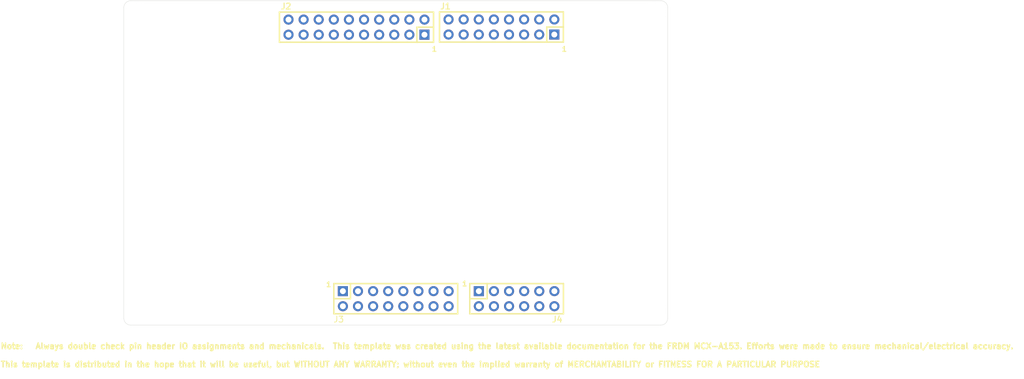
<source format=kicad_pcb>
(kicad_pcb (version 20221018) (generator pcbnew)
  (layers (0 "F.Cu" signal "Top Layer") (31 "B.Cu" signal "Bottom Layer") (34 "B.Paste" user "Bottom Paste") (35 "F.Paste" user "Top Paste") (36 "B.SilkS" user "Bottom Overlay") (37 "F.SilkS" user "Top Overlay") (38 "B.Mask" user "Bottom Solder") (39 "F.Mask" user "Top Solder") (44 "Edge.Cuts" user))
  (property "ADDRESS1" "3 Minna Close")
  (property "ADDRESS2" "Belrose")
  (property "ADDRESS3" "NSW 2085")
  (property "ADDRESS4" "Australia")
  (property "CONFIGURATIONPARAMETERS" "")
  (property "CONFIGURATORNAME" "")
  (property "DOCUMENTNUMBER" "")
  (property "ISUSERCONFIGURABLE" "")
  (property "ORGANIZATION" "Altium Limited")
  (property "PAGE_TITLE" "-")
  (property "SHEETSYMBOLDESIGNATOR" "")
  (property "SHEETTOTAL" "3")
  (property "SPICEMODELCACHE" "")
  (property "VERSIONCONTROL_PROJFOLDERREVNUMBER" "")
  (property "VERSIONCONTROL_PROJFOLDERREVNUMBERSHORT" "")
  (property "VERSIONCONTROL_REVNUMBER" "")
  (property "VERSIONCONTROL_REVNUMBERSHORT" "")
  (net 0 "")
  (net 1 "VDDA_MCU")
  (net 2 "VDD-BOARD")
  (net 3 "SYS-5V")
  (net 4 "P3-31/TRIG5")
  (net 5 "P3-31/ADC0-A12")
  (net 6 "P3-30/ADC0-A13")
  (net 7 "P3-29/GPIO")
  (net 8 "P3-15/GPIO")
  (net 9 "P3-14/PWM0-X2")
  (net 10 "P3-13/PWM0-X1")
  (net 11 "P3-12/PWM0-X2")
  (net 12 "P3-11/PWM0-B2")
  (net 13 "P3-10/PWM0-A2")
  (net 14 "P3-9/PWM0-B1")
  (net 15 "P3-8/PWM0-A1")
  (net 16 "P3-7/PWM0-B0")
  (net 17 "P3-6/PWM0-A0")
  (net 18 "P3-1/GPIO")
  (net 19 "P3-0/PWM0-A0")
  (net 20 "P2-16/SDI1")
  (net 21 "P2-13/SDO1")
  (net 22 "P2-12/SCK1")
  (net 23 "P2-6/CSI1")
  (net 24 "P2-5/GPIO")
  (net 25 "P2-4/GPIO")
  (net 26 "P2-3/ADC0-A2")
  (net 27 "P2-2/ADC0-A4")
  (net 28 "P2-1/ADC0-A1")
  (net 29 "P2-0/ADC0-A0")
  (net 30 "P1-13/ADC0-A11")
  (net 31 "P1-12/ADC0-A10")
  (net 32 "P1-11/GPIO")
  (net 33 "P1-10/ADC0-A8")
  (net 34 "P1-9/SCL0")
  (net 35 "P1-8/SDA0")
  (net 36 "P1-7/GPIO")
  (net 37 "P1-6/TRIG2")
  (net 38 "P1-5/UART2-TXD")
  (net 39 "P1-5/ADC0-A21")
  (net 40 "P1-4/UART2-RXD")
  (net 41 "P1-4/ADC0-A20")
  (net 42 "MCU-RESETn")
  (net 43 "LDO-3V3")
  (net 44 "GND")
  (net 45 "5v-9v")
  (footprint "MountingHole:MOUNTINGHOLE_3.2MM_M3" (layer "F.Cu") (at 191.9351 129.6416)
    (fp_text reference "H4" hide)
    (fp_text value "Mechanical_MountingHole" hide)
    (pad "" np_thru_hole circle (at 0 0) (size 3.2 3.2) (drill 3.2) (layers "F&B.Cu" "*.Mask"))
  )
  (footprint "MountingHole:MOUNTINGHOLE_3.2MM_M3" (layer "F.Cu") (at 104.9401 79.8576)
    (fp_text reference "H1" hide)
    (fp_text value "Mechanical_MountingHole" hide)
    (pad "" np_thru_hole circle (at 0 0) (size 3.2 3.2) (drill 3.2) (layers "F&B.Cu" "*.Mask"))
  )
  (footprint "FRDM-MCXA153__Shield_Template.PcbLib:SSQ-110-03-T-D" (layer "F.Cu") (at 141.8971 82.1436 -90)
    (fp_text reference "J2" (at -2.921 12.827 unlocked) (layer "F.SilkS") (effects (font (thickness 0.2) bold) (justify left bottom)))
    (fp_text value "")
    (fp_line (start -2.54 12.954) (end -2.54 -12.954) (stroke (width 0.254)) (layer "F.SilkS"))
    (fp_line (start 0 -10.16) (end 0 -12.954) (stroke (width 0.254)) (layer "F.SilkS"))
    (fp_line (start 2.54 -12.954) (end -2.54 -12.954) (stroke (width 0.254)) (layer "F.SilkS"))
    (fp_line (start 2.54 -10.16) (end 0 -10.16) (stroke (width 0.254)) (layer "F.SilkS"))
    (fp_line (start 2.54 12.954) (end -2.54 12.954) (stroke (width 0.254)) (layer "F.SilkS"))
    (fp_line (start 2.54 12.954) (end 2.54 -12.954) (stroke (width 0.254)) (layer "F.SilkS"))
    (pad "1" thru_hole rect (at 1.27 -11.43 270) (size 1.7 1.7) (drill 1) (layers "*.Cu" "*.Mask") (net 41 "P1-4/ADC0-A20"))
    (pad "2" thru_hole roundrect (at -1.27 -11.43 270) (size 1.7 1.7) (drill 1) (layers "*.Cu" "*.Mask") (roundrect_rratio 0.5) (net 8 "P3-15/GPIO"))
    (pad "3" thru_hole roundrect (at 1.27 -8.89 270) (size 1.7 1.7) (drill 1) (layers "*.Cu" "*.Mask") (roundrect_rratio 0.5) (net 39 "P1-5/ADC0-A21"))
    (pad "4" thru_hole roundrect (at -1.27 -8.89 270) (size 1.7 1.7) (drill 1) (layers "*.Cu" "*.Mask") (roundrect_rratio 0.5) (net 9 "P3-14/PWM0-X2"))
    (pad "5" thru_hole roundrect (at 1.27 -6.35 270) (size 1.7 1.7) (drill 1) (layers "*.Cu" "*.Mask") (roundrect_rratio 0.5) (net 26 "P2-3/ADC0-A2"))
    (pad "6" thru_hole roundrect (at -1.27 -6.35 270) (size 1.7 1.7) (drill 1) (layers "*.Cu" "*.Mask") (roundrect_rratio 0.5) (net 23 "P2-6/CSI1"))
    (pad "7" thru_hole roundrect (at 1.27 -3.81 270) (size 1.7 1.7) (drill 1) (layers "*.Cu" "*.Mask") (roundrect_rratio 0.5) (net 28 "P2-1/ADC0-A1"))
    (pad "8" thru_hole roundrect (at -1.27 -3.81 270) (size 1.7 1.7) (drill 1) (layers "*.Cu" "*.Mask") (roundrect_rratio 0.5) (net 21 "P2-13/SDO1"))
    (pad "9" thru_hole roundrect (at 1.27 -1.27 270) (size 1.7 1.7) (drill 1) (layers "*.Cu" "*.Mask") (roundrect_rratio 0.5) (net 27 "P2-2/ADC0-A4"))
    (pad "10" thru_hole roundrect (at -1.27 -1.27 270) (size 1.7 1.7) (drill 1) (layers "*.Cu" "*.Mask") (roundrect_rratio 0.5) (net 20 "P2-16/SDI1"))
    (pad "11" thru_hole roundrect (at 1.27 1.27 270) (size 1.7 1.7) (drill 1) (layers "*.Cu" "*.Mask") (roundrect_rratio 0.5))
    (pad "12" thru_hole roundrect (at -1.27 1.27 270) (size 1.7 1.7) (drill 1) (layers "*.Cu" "*.Mask") (roundrect_rratio 0.5) (net 22 "P2-12/SCK1"))
    (pad "13" thru_hole roundrect (at 1.27 3.81 270) (size 1.7 1.7) (drill 1) (layers "*.Cu" "*.Mask") (roundrect_rratio 0.5))
    (pad "14" thru_hole roundrect (at -1.27 3.81 270) (size 1.7 1.7) (drill 1) (layers "*.Cu" "*.Mask") (roundrect_rratio 0.5) (net 44 "GND"))
    (pad "15" thru_hole roundrect (at 1.27 6.35 270) (size 1.7 1.7) (drill 1) (layers "*.Cu" "*.Mask") (roundrect_rratio 0.5))
    (pad "16" thru_hole roundrect (at -1.27 6.35 270) (size 1.7 1.7) (drill 1) (layers "*.Cu" "*.Mask") (roundrect_rratio 0.5) (net 1 "VDDA_MCU"))
    (pad "17" thru_hole roundrect (at 1.27 8.89 270) (size 1.7 1.7) (drill 1) (layers "*.Cu" "*.Mask") (roundrect_rratio 0.5))
    (pad "18" thru_hole roundrect (at -1.27 8.89 270) (size 1.7 1.7) (drill 1) (layers "*.Cu" "*.Mask") (roundrect_rratio 0.5) (net 35 "P1-8/SDA0"))
    (pad "19" thru_hole roundrect (at 1.27 11.43 270) (size 1.7 1.7) (drill 1) (layers "*.Cu" "*.Mask") (roundrect_rratio 0.5))
    (pad "20" thru_hole roundrect (at -1.27 11.43 270) (size 1.7 1.7) (drill 1) (layers "*.Cu" "*.Mask") (roundrect_rratio 0.5) (net 34 "P1-9/SCL0"))
  )
  (footprint "MountingHole:MOUNTINGHOLE_3.2MM_M3" (layer "F.Cu") (at 191.9351 79.8576)
    (fp_text reference "H2" hide)
    (fp_text value "Mechanical_MountingHole" hide)
    (pad "" np_thru_hole circle (at 0 0) (size 3.2 3.2) (drill 3.2) (layers "F&B.Cu" "*.Mask"))
  )
  (footprint "Wavenumber:SSQ-106-03-T-D" (layer "F.Cu") (at 168.8221 127.8636 90)
    (fp_text reference "J4" (at -4.064 5.841 unlocked) (layer "F.SilkS") (effects (font (thickness 0.2) bold) (justify left bottom)))
    (fp_text value "SSQ-106-03-T-D" hide)
    (fp_line (start -2.54 -7.874) (end -2.54 7.874) (stroke (width 0.254)) (layer "F.SilkS"))
    (fp_line (start -2.54 -7.874) (end 2.54 -7.874) (stroke (width 0.254)) (layer "F.SilkS"))
    (fp_line (start -2.54 7.874) (end 2.54 7.874) (stroke (width 0.254)) (layer "F.SilkS"))
    (fp_line (start 0 -7.874) (end 0 -4.953) (stroke (width 0.254)) (layer "F.SilkS"))
    (fp_line (start 0 -4.953) (end 2.54 -4.953) (stroke (width 0.254)) (layer "F.SilkS"))
    (fp_line (start 2.54 -7.874) (end 2.54 7.874) (stroke (width 0.254)) (layer "F.SilkS"))
    (pad "1" thru_hole rect (at 1.27 -6.35 90) (size 1.7 1.7) (drill 1) (layers "*.Cu" "*.Mask"))
    (pad "2" thru_hole roundrect (at -1.27 -6.35 90) (size 1.7 1.7) (drill 1) (layers "*.Cu" "*.Mask") (roundrect_rratio 0.5) (net 33 "P1-10/ADC0-A8"))
    (pad "3" thru_hole roundrect (at 1.27 -3.81 90) (size 1.7 1.7) (drill 1) (layers "*.Cu" "*.Mask") (roundrect_rratio 0.5))
    (pad "4" thru_hole roundrect (at -1.27 -3.81 90) (size 1.7 1.7) (drill 1) (layers "*.Cu" "*.Mask") (roundrect_rratio 0.5) (net 31 "P1-12/ADC0-A10"))
    (pad "5" thru_hole roundrect (at 1.27 -1.27 90) (size 1.7 1.7) (drill 1) (layers "*.Cu" "*.Mask") (roundrect_rratio 0.5))
    (pad "6" thru_hole roundrect (at -1.27 -1.27 90) (size 1.7 1.7) (drill 1) (layers "*.Cu" "*.Mask") (roundrect_rratio 0.5) (net 30 "P1-13/ADC0-A11"))
    (pad "7" thru_hole roundrect (at 1.27 1.27 90) (size 1.7 1.7) (drill 1) (layers "*.Cu" "*.Mask") (roundrect_rratio 0.5))
    (pad "8" thru_hole roundrect (at -1.27 1.27 90) (size 1.7 1.7) (drill 1) (layers "*.Cu" "*.Mask") (roundrect_rratio 0.5) (net 29 "P2-0/ADC0-A0"))
    (pad "9" thru_hole roundrect (at 1.27 3.81 90) (size 1.7 1.7) (drill 1) (layers "*.Cu" "*.Mask") (roundrect_rratio 0.5) (net 32 "P1-11/GPIO"))
    (pad "10" thru_hole roundrect (at -1.27 3.81 90) (size 1.7 1.7) (drill 1) (layers "*.Cu" "*.Mask") (roundrect_rratio 0.5) (net 5 "P3-31/ADC0-A12"))
    (pad "11" thru_hole roundrect (at 1.27 6.35 90) (size 1.7 1.7) (drill 1) (layers "*.Cu" "*.Mask") (roundrect_rratio 0.5) (net 7 "P3-29/GPIO"))
    (pad "12" thru_hole roundrect (at -1.27 6.35 90) (size 1.7 1.7) (drill 1) (layers "*.Cu" "*.Mask") (roundrect_rratio 0.5) (net 6 "P3-30/ADC0-A13"))
  )
  (footprint "Wavenumber:SSQ-108-03-T-D" (layer "F.Cu") (at 148.5011 127.8636 90)
    (fp_text reference "J3" (at -4.064 -10.541 unlocked) (layer "F.SilkS") (effects (font (thickness 0.15) bold) (justify left bottom)))
    (fp_text value "SSQ-108-03-T-D" hide)
    (fp_line (start -2.54 -10.414) (end -2.54 10.414) (stroke (width 0.254)) (layer "F.SilkS"))
    (fp_line (start -2.54 -10.414) (end 2.54 -10.414) (stroke (width 0.254)) (layer "F.SilkS"))
    (fp_line (start -2.54 10.414) (end 2.54 10.414) (stroke (width 0.254)) (layer "F.SilkS"))
    (fp_line (start 0 -10.414) (end 0 -7.62) (stroke (width 0.254)) (layer "F.SilkS"))
    (fp_line (start 0 -7.62) (end 2.54 -7.62) (stroke (width 0.254)) (layer "F.SilkS"))
    (fp_line (start 2.54 -10.414) (end 2.54 10.414) (stroke (width 0.254)) (layer "F.SilkS"))
    (pad "1" thru_hole rect (at 1.27 -8.89 90) (size 1.7 1.7) (drill 1) (layers "*.Cu" "*.Mask"))
    (pad "2" thru_hole roundrect (at -1.27 -8.89 90) (size 1.7 1.7) (drill 1) (layers "*.Cu" "*.Mask") (roundrect_rratio 0.5))
    (pad "3" thru_hole roundrect (at 1.27 -6.35 90) (size 1.7 1.7) (drill 1) (layers "*.Cu" "*.Mask") (roundrect_rratio 0.5) (net 4 "P3-31/TRIG5"))
    (pad "4" thru_hole roundrect (at -1.27 -6.35 90) (size 1.7 1.7) (drill 1) (layers "*.Cu" "*.Mask") (roundrect_rratio 0.5) (net 2 "VDD-BOARD"))
    (pad "5" thru_hole roundrect (at 1.27 -3.81 90) (size 1.7 1.7) (drill 1) (layers "*.Cu" "*.Mask") (roundrect_rratio 0.5) (net 12 "P3-11/PWM0-B2"))
    (pad "6" thru_hole roundrect (at -1.27 -3.81 90) (size 1.7 1.7) (drill 1) (layers "*.Cu" "*.Mask") (roundrect_rratio 0.5) (net 42 "MCU-RESETn"))
    (pad "7" thru_hole roundrect (at 1.27 -1.27 90) (size 1.7 1.7) (drill 1) (layers "*.Cu" "*.Mask") (roundrect_rratio 0.5) (net 13 "P3-10/PWM0-A2"))
    (pad "8" thru_hole roundrect (at -1.27 -1.27 90) (size 1.7 1.7) (drill 1) (layers "*.Cu" "*.Mask") (roundrect_rratio 0.5) (net 43 "LDO-3V3"))
    (pad "9" thru_hole roundrect (at 1.27 1.27 90) (size 1.7 1.7) (drill 1) (layers "*.Cu" "*.Mask") (roundrect_rratio 0.5) (net 14 "P3-9/PWM0-B1"))
    (pad "10" thru_hole roundrect (at -1.27 1.27 90) (size 1.7 1.7) (drill 1) (layers "*.Cu" "*.Mask") (roundrect_rratio 0.5) (net 3 "SYS-5V"))
    (pad "11" thru_hole roundrect (at 1.27 3.81 90) (size 1.7 1.7) (drill 1) (layers "*.Cu" "*.Mask") (roundrect_rratio 0.5) (net 15 "P3-8/PWM0-A1"))
    (pad "12" thru_hole roundrect (at -1.27 3.81 90) (size 1.7 1.7) (drill 1) (layers "*.Cu" "*.Mask") (roundrect_rratio 0.5) (net 44 "GND"))
    (pad "13" thru_hole roundrect (at 1.27 6.35 90) (size 1.7 1.7) (drill 1) (layers "*.Cu" "*.Mask") (roundrect_rratio 0.5) (net 16 "P3-7/PWM0-B0"))
    (pad "14" thru_hole roundrect (at -1.27 6.35 90) (size 1.7 1.7) (drill 1) (layers "*.Cu" "*.Mask") (roundrect_rratio 0.5) (net 44 "GND"))
    (pad "15" thru_hole roundrect (at 1.27 8.89 90) (size 1.7 1.7) (drill 1) (layers "*.Cu" "*.Mask") (roundrect_rratio 0.5) (net 17 "P3-6/PWM0-A0"))
    (pad "16" thru_hole roundrect (at -1.27 8.89 90) (size 1.7 1.7) (drill 1) (layers "*.Cu" "*.Mask") (roundrect_rratio 0.5) (net 45 "5v-9v"))
  )
  (footprint "MountingHole:MOUNTINGHOLE_3.2MM_M3" (layer "F.Cu") (at 104.9401 129.6416)
    (fp_text reference "H3" hide)
    (fp_text value "Mechanical_MountingHole" hide)
    (pad "" np_thru_hole circle (at 0 0) (size 3.2 3.2) (drill 3.2) (layers "F&B.Cu" "*.Mask"))
  )
  (footprint "Wavenumber:SSQ-108-03-T-D" (layer "F.Cu") (at 166.2711 82.1186 -90)
    (fp_text reference "J1" (at -2.896 10.404 unlocked) (layer "F.SilkS") (effects (font (thickness 0.2) bold) (justify left bottom)))
    (fp_text value "SSQ-108-03-T-D" hide)
    (fp_line (start -2.54 10.414) (end -2.54 -10.414) (stroke (width 0.254)) (layer "F.SilkS"))
    (fp_line (start 0 -7.62) (end 0 -10.414) (stroke (width 0.254)) (layer "F.SilkS"))
    (fp_line (start 2.54 -10.414) (end -2.54 -10.414) (stroke (width 0.254)) (layer "F.SilkS"))
    (fp_line (start 2.54 -7.62) (end 0 -7.62) (stroke (width 0.254)) (layer "F.SilkS"))
    (fp_line (start 2.54 10.414) (end -2.54 10.414) (stroke (width 0.254)) (layer "F.SilkS"))
    (fp_line (start 2.54 10.414) (end 2.54 -10.414) (stroke (width 0.254)) (layer "F.SilkS"))
    (pad "1" thru_hole rect (at 1.27 -8.89 270) (size 1.7 1.7) (drill 1) (layers "*.Cu" "*.Mask") (net 36 "P1-7/GPIO"))
    (pad "2" thru_hole roundrect (at -1.27 -8.89 270) (size 1.7 1.7) (drill 1) (layers "*.Cu" "*.Mask") (roundrect_rratio 0.5) (net 40 "P1-4/UART2-RXD"))
    (pad "3" thru_hole roundrect (at 1.27 -6.35 270) (size 1.7 1.7) (drill 1) (layers "*.Cu" "*.Mask") (roundrect_rratio 0.5) (net 37 "P1-6/TRIG2"))
    (pad "4" thru_hole roundrect (at -1.27 -6.35 270) (size 1.7 1.7) (drill 1) (layers "*.Cu" "*.Mask") (roundrect_rratio 0.5) (net 38 "P1-5/UART2-TXD"))
    (pad "5" thru_hole roundrect (at 1.27 -3.81 270) (size 1.7 1.7) (drill 1) (layers "*.Cu" "*.Mask") (roundrect_rratio 0.5))
    (pad "6" thru_hole roundrect (at -1.27 -3.81 270) (size 1.7 1.7) (drill 1) (layers "*.Cu" "*.Mask") (roundrect_rratio 0.5) (net 25 "P2-4/GPIO"))
    (pad "7" thru_hole roundrect (at 1.27 -1.27 270) (size 1.7 1.7) (drill 1) (layers "*.Cu" "*.Mask") (roundrect_rratio 0.5))
    (pad "8" thru_hole roundrect (at -1.27 -1.27 270) (size 1.7 1.7) (drill 1) (layers "*.Cu" "*.Mask") (roundrect_rratio 0.5) (net 19 "P3-0/PWM0-A0"))
    (pad "9" thru_hole roundrect (at 1.27 1.27 270) (size 1.7 1.7) (drill 1) (layers "*.Cu" "*.Mask") (roundrect_rratio 0.5))
    (pad "10" thru_hole roundrect (at -1.27 1.27 270) (size 1.7 1.7) (drill 1) (layers "*.Cu" "*.Mask") (roundrect_rratio 0.5) (net 24 "P2-5/GPIO"))
    (pad "11" thru_hole roundrect (at 1.27 3.81 270) (size 1.7 1.7) (drill 1) (layers "*.Cu" "*.Mask") (roundrect_rratio 0.5))
    (pad "12" thru_hole roundrect (at -1.27 3.81 270) (size 1.7 1.7) (drill 1) (layers "*.Cu" "*.Mask") (roundrect_rratio 0.5) (net 11 "P3-12/PWM0-X2"))
    (pad "13" thru_hole roundrect (at 1.27 6.35 270) (size 1.7 1.7) (drill 1) (layers "*.Cu" "*.Mask") (roundrect_rratio 0.5))
    (pad "14" thru_hole roundrect (at -1.27 6.35 270) (size 1.7 1.7) (drill 1) (layers "*.Cu" "*.Mask") (roundrect_rratio 0.5) (net 10 "P3-13/PWM0-X1"))
    (pad "15" thru_hole roundrect (at 1.27 8.89 270) (size 1.7 1.7) (drill 1) (layers "*.Cu" "*.Mask") (roundrect_rratio 0.5))
    (pad "16" thru_hole roundrect (at -1.27 8.89 270) (size 1.7 1.7) (drill 1) (layers "*.Cu" "*.Mask") (roundrect_rratio 0.5) (net 18 "P3-1/GPIO"))
  )
  (gr_line (start 193.0781 132.3086) (end 103.9241 132.3086) (stroke (width 0.05)) (layer "Edge.Cuts"))
  (gr_arc (start 102.7811 78.8416) (mid 103.115877 78.033377) (end 103.9241 77.6986) (stroke (width 0.05)) (layer "Edge.Cuts"))
  (gr_arc (start 103.9241 132.3086) (mid 103.115877 131.973823) (end 102.7811 131.1656) (stroke (width 0.05)) (layer "Edge.Cuts"))
  (gr_line (start 103.9241 77.6986) (end 193.0781 77.6986) (stroke (width 0.05)) (layer "Edge.Cuts"))
  (gr_arc (start 193.0781 77.6986) (mid 193.886323 78.033377) (end 194.2211 78.8416) (stroke (width 0.05)) (layer "Edge.Cuts"))
  (gr_arc (start 194.2211 131.1656) (mid 193.886323 131.973823) (end 193.0781 132.3086) (stroke (width 0.05)) (layer "Edge.Cuts"))
  (gr_line (start 194.2211 78.8416) (end 194.2211 131.1656) (stroke (width 0.05)) (layer "Edge.Cuts"))
  (gr_line (start 102.7811 131.1656) (end 102.7811 78.8416) (stroke (width 0.05)) (layer "Edge.Cuts"))
  (gr_text "1" (at 160.08013 125.34598) (layer "F.SilkS") (effects (font (size 0.8255 0.8255) (thickness 0.254) bold)))
  (gr_text "1" (at 155.00013 85.84898) (layer "F.SilkS") (effects (font (size 0.8255 0.8255) (thickness 0.254) bold)))
  (gr_text "1" (at 176.84413 85.84898) (layer "F.SilkS") (effects (font (size 0.8255 0.8255) (thickness 0.254) bold)))
  (gr_text "1" (at 137.22013 125.47298) (layer "F.SilkS") (effects (font (size 0.8255 0.8255) (thickness 0.254) bold)))
  (gr_text "Note:   Always double check pin header IO assignments and mechanicals.  This template was created using the latest available documentation for the FRDM MCX-A153. Efforts were made to ensure mechanical/electrical accuracy.  \n\nThis template is distributed in the hope that it will be useful, but WITHOUT ANY WARRANTY; without even the implied warranty of MERCHANTABILITY or FITNESS FOR A PARTICULAR PURPOSE\n\n" (at 81.9531 138.1506) (layer "F.SilkS") (effects (font (size 0.9525 0.9525) (thickness 0.238125) bold) (justify left)))
)
</source>
